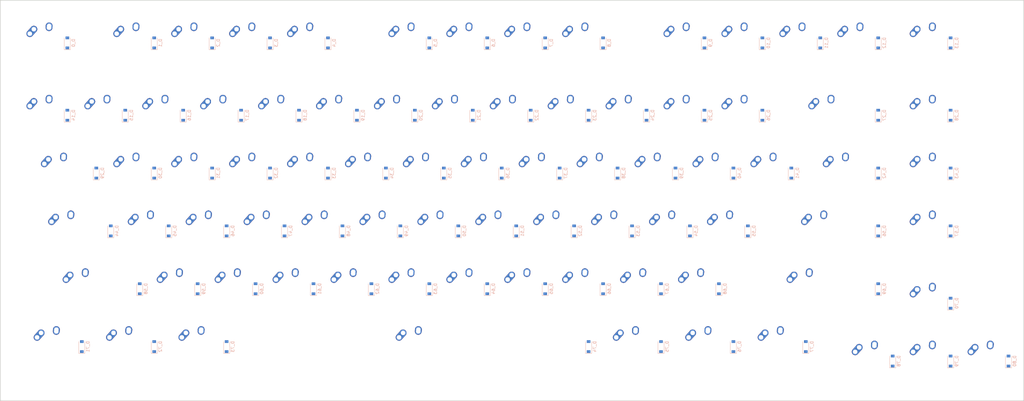
<source format=kicad_pcb>
(kicad_pcb (version 20221018) (generator pcbnew)
  (layers (0 "F.Cu" signal) (31 "B.Cu" signal) (34 "B.Paste" user) (35 "F.Paste" user) (36 "B.SilkS" user "B.Silkscreen") (37 "F.SilkS" user "F.Silkscreen") (38 "B.Mask" user) (39 "F.Mask" user) (44 "Edge.Cuts" user))
  (net 0 "")
  (net 1 "col0")
  (net 2 "col1")
  (net 3 "col2")
  (net 4 "col3")
  (net 5 "col4")
  (net 6 "col5")
  (net 7 "col6")
  (net 8 "col7")
  (net 9 "col8")
  (net 10 "col9")
  (net 11 "col10")
  (net 12 "col11")
  (net 13 "col12")
  (net 14 "col13")
  (net 15 "col14")
  (net 16 "row0")
  (net 17 "row1")
  (net 18 "row2")
  (net 19 "row3")
  (net 20 "row4")
  (net 21 "row5")
  (net 22 "Net-(D_0-Pad2)")
  (net 23 "Net-(D_1-Pad2)")
  (net 24 "Net-(D_2-Pad2)")
  (net 25 "Net-(D_3-Pad2)")
  (net 26 "Net-(D_4-Pad2)")
  (net 27 "Net-(D_5-Pad2)")
  (net 28 "Net-(D_6-Pad2)")
  (net 29 "Net-(D_7-Pad2)")
  (net 30 "Net-(D_8-Pad2)")
  (net 31 "Net-(D_9-Pad2)")
  (net 32 "Net-(D_10-Pad2)")
  (net 33 "Net-(D_11-Pad2)")
  (net 34 "Net-(D_12-Pad2)")
  (net 35 "Net-(D_13-Pad2)")
  (net 36 "Net-(D_14-Pad2)")
  (net 37 "Net-(D_15-Pad2)")
  (net 38 "Net-(D_16-Pad2)")
  (net 39 "Net-(D_17-Pad2)")
  (net 40 "Net-(D_18-Pad2)")
  (net 41 "Net-(D_19-Pad2)")
  (net 42 "Net-(D_20-Pad2)")
  (net 43 "Net-(D_21-Pad2)")
  (net 44 "Net-(D_22-Pad2)")
  (net 45 "Net-(D_23-Pad2)")
  (net 46 "Net-(D_24-Pad2)")
  (net 47 "Net-(D_25-Pad2)")
  (net 48 "Net-(D_26-Pad2)")
  (net 49 "Net-(D_27-Pad2)")
  (net 50 "Net-(D_28-Pad2)")
  (net 51 "Net-(D_29-Pad2)")
  (net 52 "Net-(D_30-Pad2)")
  (net 53 "Net-(D_31-Pad2)")
  (net 54 "Net-(D_32-Pad2)")
  (net 55 "Net-(D_33-Pad2)")
  (net 56 "Net-(D_34-Pad2)")
  (net 57 "Net-(D_35-Pad2)")
  (net 58 "Net-(D_36-Pad2)")
  (net 59 "Net-(D_37-Pad2)")
  (net 60 "Net-(D_38-Pad2)")
  (net 61 "Net-(D_39-Pad2)")
  (net 62 "Net-(D_40-Pad2)")
  (net 63 "Net-(D_41-Pad2)")
  (net 64 "Net-(D_42-Pad2)")
  (net 65 "Net-(D_43-Pad2)")
  (net 66 "Net-(D_44-Pad2)")
  (net 67 "Net-(D_45-Pad2)")
  (net 68 "Net-(D_46-Pad2)")
  (net 69 "Net-(D_47-Pad2)")
  (net 70 "Net-(D_48-Pad2)")
  (net 71 "Net-(D_49-Pad2)")
  (net 72 "Net-(D_50-Pad2)")
  (net 73 "Net-(D_51-Pad2)")
  (net 74 "Net-(D_52-Pad2)")
  (net 75 "Net-(D_53-Pad2)")
  (net 76 "Net-(D_54-Pad2)")
  (net 77 "Net-(D_55-Pad2)")
  (net 78 "Net-(D_56-Pad2)")
  (net 79 "Net-(D_57-Pad2)")
  (net 80 "Net-(D_58-Pad2)")
  (net 81 "Net-(D_59-Pad2)")
  (net 82 "Net-(D_60-Pad2)")
  (net 83 "Net-(D_61-Pad2)")
  (net 84 "Net-(D_62-Pad2)")
  (net 85 "Net-(D_63-Pad2)")
  (net 86 "Net-(D_64-Pad2)")
  (net 87 "Net-(D_65-Pad2)")
  (net 88 "Net-(D_66-Pad2)")
  (net 89 "Net-(D_67-Pad2)")
  (net 90 "Net-(D_68-Pad2)")
  (net 91 "Net-(D_69-Pad2)")
  (net 92 "Net-(D_70-Pad2)")
  (net 93 "Net-(D_71-Pad2)")
  (net 94 "Net-(D_72-Pad2)")
  (net 95 "Net-(D_73-Pad2)")
  (net 96 "Net-(D_74-Pad2)")
  (net 97 "Net-(D_75-Pad2)")
  (net 98 "Net-(D_76-Pad2)")
  (net 99 "Net-(D_77-Pad2)")
  (net 100 "Net-(D_78-Pad2)")
  (net 101 "Net-(D_79-Pad2)")
  (net 102 "Net-(D_80-Pad2)")
  (footprint "MX_Alps_Hybrid:MX-1.5U-NoLED" (layer "F.Cu") (at 271.4625 52.3875)
    (fp_text reference "K_42")
    (fp_text value "KEYSW")
  )
  (footprint "MX_Alps_Hybrid:MX-1U-NoLED" (layer "F.Cu") (at 38.1 9.525)
    (fp_text reference "K_1")
    (fp_text value "KEYSW")
  )
  (footprint "MX_Alps_Hybrid:MX-1U-NoLED" (layer "F.Cu") (at 300.0375 9.525)
    (fp_text reference "K_13")
    (fp_text value "KEYSW")
  )
  (footprint "MX_Alps_Hybrid:MX-2.25U-NoLED" (layer "F.Cu") (at 21.43125 90.4875)
    (fp_text reference "K_58")
    (fp_text value "KEYSW")
  )
  (footprint "MX_Alps_Hybrid:MX-1U-NoLED" (layer "F.Cu") (at 38.1 52.3875)
    (fp_text reference "K_30")
    (fp_text value "KEYSW")
  )
  (footprint "MX_Alps_Hybrid:MX-1U-NoLED" (layer "F.Cu") (at 119.0625 71.4375)
    (fp_text reference "K_49")
    (fp_text value "KEYSW")
  )
  (footprint "MX_Alps_Hybrid:MX-1U-NoLED" (layer "F.Cu") (at 28.575 33.3375)
    (fp_text reference "K_15")
    (fp_text value "KEYSW")
  )
  (footprint "MX_Alps_Hybrid:MX-1U-NoLED" (layer "F.Cu") (at 95.25 52.3875)
    (fp_text reference "K_33")
    (fp_text value "KEYSW")
  )
  (footprint "MX_Alps_Hybrid:MX-1.25U-NoLED" (layer "F.Cu") (at 35.71875 109.5375)
    (fp_text reference "K_72")
    (fp_text value "KEYSW")
  )
  (footprint "MX_Alps_Hybrid:MX-6.25U-NoLED" (layer "F.Cu") (at 130.96875 109.5375)
    (fp_text reference "K_74")
    (fp_text value "KEYSW")
  )
  (footprint "MX_Alps_Hybrid:MX-1U-NoLED" (layer "F.Cu") (at 42.8625 71.4375)
    (fp_text reference "K_45")
    (fp_text value "KEYSW")
  )
  (footprint "MX_Alps_Hybrid:MX-1.25U-NoLED" (layer "F.Cu") (at 226.21875 109.5375)
    (fp_text reference "K_76")
    (fp_text value "KEYSW")
  )
  (footprint "MX_Alps_Hybrid:MX-1U-NoLED" (layer "F.Cu") (at 95.25 9.525)
    (fp_text reference "K_4")
    (fp_text value "KEYSW")
  )
  (footprint "MX_Alps_Hybrid:MX-1U-NoLED" (layer "F.Cu") (at 185.7375 90.4875)
    (fp_text reference "K_66")
    (fp_text value "KEYSW")
  )
  (footprint "MX_Alps_Hybrid:MX-1U-NoLED" (layer "F.Cu") (at 238.125 9.525)
    (fp_text reference "K_10")
    (fp_text value "KEYSW")
  )
  (footprint "MX_Alps_Hybrid:MX-1U-NoLED" (layer "F.Cu") (at 80.9625 71.4375)
    (fp_text reference "K_47")
    (fp_text value "KEYSW")
  )
  (footprint "MX_Alps_Hybrid:MX-1U-NoLED" (layer "F.Cu") (at 128.5875 9.525)
    (fp_text reference "K_5")
    (fp_text value "KEYSW")
  )
  (footprint "MX_Alps_Hybrid:MX-1U-NoLED" (layer "F.Cu") (at 219.075 33.3375)
    (fp_text reference "K_25")
    (fp_text value "KEYSW")
  )
  (footprint "MX_Alps_Hybrid:MX-1U-NoLED" (layer "F.Cu") (at 219.075 9.525)
    (fp_text reference "K_9")
    (fp_text value "KEYSW")
  )
  (footprint "MX_Alps_Hybrid:MX-1U-NoLED" (layer "F.Cu") (at 161.925 33.3375)
    (fp_text reference "K_22")
    (fp_text value "KEYSW")
  )
  (footprint "MX_Alps_Hybrid:MX-1U-NoLED" (layer "F.Cu") (at 133.35 52.3875)
    (fp_text reference "K_35")
    (fp_text value "KEYSW")
  )
  (footprint "MX_Alps_Hybrid:MX-1U-NoLED" (layer "F.Cu") (at 76.2 9.525)
    (fp_text reference "K_3")
    (fp_text value "KEYSW")
  )
  (footprint "MX_Alps_Hybrid:MX-1U-NoLED" (layer "F.Cu") (at 190.5 52.3875)
    (fp_text reference "K_38")
    (fp_text value "KEYSW")
  )
  (footprint "MX_Alps_Hybrid:MX-1U-NoLED" (layer "F.Cu") (at 166.6875 90.4875)
    (fp_text reference "K_65")
    (fp_text value "KEYSW")
  )
  (footprint "MX_Alps_Hybrid:MX-1U-NoLED" (layer "F.Cu") (at 52.3875 90.4875)
    (fp_text reference "K_59")
    (fp_text value "KEYSW")
  )
  (footprint "MX_Alps_Hybrid:MX-1U-NoLED" (layer "F.Cu") (at 90.4875 90.4875)
    (fp_text reference "K_61")
    (fp_text value "KEYSW")
  )
  (footprint "MX_Alps_Hybrid:MX-1U-NoLED" (layer "F.Cu") (at 300.0375 95.25)
    (fp_text reference "K_70")
    (fp_text value "KEYSW")
  )
  (footprint "MX_Alps_Hybrid:MX-2.25U-NoLED" (layer "F.Cu") (at 264.31875 71.4375)
    (fp_text reference "K_56")
    (fp_text value "KEYSW")
  )
  (footprint "MX_Alps_Hybrid:MX-1U-NoLED" (layer "F.Cu") (at 300.0375 71.4375)
    (fp_text reference "K_57")
    (fp_text value "KEYSW")
  )
  (footprint "MX_Alps_Hybrid:MX-1U-NoLED" (layer "F.Cu") (at 176.2125 71.4375)
    (fp_text reference "K_52")
    (fp_text value "KEYSW")
  )
  (footprint "MX_Alps_Hybrid:MX-1.25U-NoLED" (layer "F.Cu") (at 202.40625 109.5375)
    (fp_text reference "K_75")
    (fp_text value "KEYSW")
  )
  (footprint "MX_Alps_Hybrid:MX-1U-NoLED" (layer "F.Cu") (at 157.1625 71.4375)
    (fp_text reference "K_51")
    (fp_text value "KEYSW")
  )
  (footprint "MX_Alps_Hybrid:MX-1.25U-NoLED" (layer "F.Cu") (at 11.90625 109.5375)
    (fp_text reference "K_71")
    (fp_text value "KEYSW")
  )
  (footprint "MX_Alps_Hybrid:MX-2U-NoLED" (layer "F.Cu") (at 266.7 33.3375)
    (fp_text reference "K_27")
    (fp_text value "KEYSW")
  )
  (footprint "MX_Alps_Hybrid:MX-1U-NoLED" (layer "F.Cu") (at 47.625 33.3375)
    (fp_text reference "K_16")
    (fp_text value "KEYSW")
  )
  (footprint "MX_Alps_Hybrid:MX-1U-NoLED" (layer "F.Cu") (at 166.6875 9.525)
    (fp_text reference "K_7")
    (fp_text value "KEYSW")
  )
  (footprint "MX_Alps_Hybrid:MX-1U-NoLED" (layer "F.Cu") (at 9.525 33.3375)
    (fp_text reference "K_14")
    (fp_text value "KEYSW")
  )
  (footprint "MX_Alps_Hybrid:MX-1U-NoLED" (layer "F.Cu") (at 300.0375 52.3875)
    (fp_text reference "K_43")
    (fp_text value "KEYSW")
  )
  (footprint "MX_Alps_Hybrid:MX-1U-NoLED" (layer "F.Cu") (at 9.525 9.525)
    (fp_text reference "K_0")
    (fp_text value "KEYSW")
  )
  (footprint "MX_Alps_Hybrid:MX-1.25U-NoLED" (layer "F.Cu") (at 59.53125 109.5375)
    (fp_text reference "K_73")
    (fp_text value "KEYSW")
  )
  (footprint "MX_Alps_Hybrid:MX-1.75U-NoLED" (layer "F.Cu") (at 16.66875 71.4375)
    (fp_text reference "K_44")
    (fp_text value "KEYSW")
  )
  (footprint "MX_Alps_Hybrid:MX-1U-NoLED" (layer "F.Cu") (at 85.725 33.3375)
    (fp_text reference "K_18")
    (fp_text value "KEYSW")
  )
  (footprint "MX_Alps_Hybrid:MX-1U-NoLED" (layer "F.Cu") (at 238.125 33.3375)
    (fp_text reference "K_26")
    (fp_text value "KEYSW")
  )
  (footprint "MX_Alps_Hybrid:MX-1U-NoLED" (layer "F.Cu") (at 71.4375 90.4875)
    (fp_text reference "K_60")
    (fp_text value "KEYSW")
  )
  (footprint "MX_Alps_Hybrid:MX-1U-NoLED" (layer "F.Cu") (at 319.0875 114.3)
    (fp_text reference "K_80")
    (fp_text value "KEYSW")
  )
  (footprint "MX_Alps_Hybrid:MX-1U-NoLED" (layer "F.Cu") (at 195.2625 71.4375)
    (fp_text reference "K_53")
    (fp_text value "KEYSW")
  )
  (footprint "MX_Alps_Hybrid:MX-1U-NoLED" (layer "F.Cu") (at 128.5875 90.4875)
    (fp_text reference "K_63")
    (fp_text value "KEYSW")
  )
  (footprint "MX_Alps_Hybrid:MX-1U-NoLED" (layer "F.Cu") (at 300.0375 114.3)
    (fp_text reference "K_79")
    (fp_text value "KEYSW")
  )
  (footprint "MX_Alps_Hybrid:MX-1U-NoLED" (layer "F.Cu") (at 257.175 9.525)
    (fp_text reference "K_11")
    (fp_text value "KEYSW")
  )
  (footprint "MX_Alps_Hybrid:MX-1U-NoLED" (layer "F.Cu") (at 114.3 52.3875)
    (fp_text reference "K_34")
    (fp_text value "KEYSW")
  )
  (footprint "MX_Alps_Hybrid:MX-1U-NoLED" (layer "F.Cu") (at 66.675 33.3375)
    (fp_text reference "K_17")
    (fp_text value "KEYSW")
  )
  (footprint "MX_Alps_Hybrid:MX-1U-NoLED" (layer "F.Cu") (at 214.3125 71.4375)
    (fp_text reference "K_54")
    (fp_text value "KEYSW")
  )
  (footprint "MX_Alps_Hybrid:MX-1U-NoLED" (layer "F.Cu") (at 300.0375 33.3375)
    (fp_text reference "K_28")
    (fp_text value "KEYSW")
  )
  (footprint "MX_Alps_Hybrid:MX-1U-NoLED" (layer "F.Cu") (at 233.3625 71.4375)
    (fp_text reference "K_55")
    (fp_text value "KEYSW")
  )
  (footprint "MX_Alps_Hybrid:MX-1U-NoLED" (layer "F.Cu") (at 276.225 9.525)
    (fp_text reference "K_12")
    (fp_text value "KEYSW")
  )
  (footprint "MX_Alps_Hybrid:MX-1U-NoLED" (layer "F.Cu") (at 200.025 33.3375)
    (fp_text reference "K_24")
    (fp_text value "KEYSW")
  )
  (footprint "MX_Alps_Hybrid:MX-1U-NoLED" (layer "F.Cu") (at 142.875 33.3375)
    (fp_text reference "K_21")
    (fp_text value "KEYSW")
  )
  (footprint "MX_Alps_Hybrid:MX-1U-NoLED" (layer "F.Cu") (at 138.1125 71.4375)
    (fp_text reference "K_50")
    (fp_text value "KEYSW")
  )
  (footprint "MX_Alps_Hybrid:MX-1U-NoLED" (layer "F.Cu") (at 57.15 9.525)
    (fp_text reference "K_2")
    (fp_text value "KEYSW")
  )
  (footprint "MX_Alps_Hybrid:MX-1U-NoLED" (layer "F.Cu") (at 180.975 33.3375)
    (fp_text reference "K_23")
    (fp_text value "KEYSW")
  )
  (footprint "MX_Alps_Hybrid:MX-1U-NoLED" (layer "F.Cu") (at 247.65 52.3875)
    (fp_text reference "K_41")
    (fp_text value "KEYSW")
  )
  (footprint "MX_Alps_Hybrid:MX-1.25U-NoLED" (layer "F.Cu") (at 250.03125 109.5375)
    (fp_text reference "K_77")
    (fp_text value "KEYSW")
  )
  (footprint "MX_Alps_Hybrid:MX-1U-NoLED" (layer "F.Cu") (at 209.55 52.3875)
    (fp_text reference "K_39")
    (fp_text value "KEYSW")
  )
  (footprint "MX_Alps_Hybrid:MX-1U-NoLED" (layer "F.Cu") (at 147.6375 90.4875)
    (fp_text reference "K_64")
    (fp_text value "KEYSW")
  )
  (footprint "MX_Alps_Hybrid:MX-1.5U-NoLED" (layer "F.Cu") (at 14.2875 52.3875)
    (fp_text reference "K_29")
    (fp_text value "KEYSW")
  )
  (footprint "MX_Alps_Hybrid:MX-1U-NoLED" (layer "F.Cu") (at 57.15 52.3875)
    (fp_text reference "K_31")
    (fp_text value "KEYSW")
  )
  (footprint "MX_Alps_Hybrid:MX-1U-NoLED" (layer "F.Cu") (at 223.8375 90.4875)
    (fp_text reference "K_68")
    (fp_text value "KEYSW")
  )
  (footprint "MX_Alps_Hybrid:MX-1U-NoLED" (layer "F.Cu") (at 204.7875 90.4875)
    (fp_text reference "K_67")
    (fp_text value "KEYSW")
  )
  (footprint "MX_Alps_Hybrid:MX-1U-NoLED" (layer "F.Cu") (at 280.9875 114.3)
    (fp_text reference "K_78")
    (fp_text value "KEYSW")
  )
  (footprint "MX_Alps_Hybrid:MX-1U-NoLED" (layer "F.Cu") (at 152.4 52.3875)
    (fp_text reference "K_36")
    (fp_text value "KEYSW")
  )
  (footprint "MX_Alps_Hybrid:MX-1U-NoLED" (layer "F.Cu") (at 171.45 52.3875)
    (fp_text reference "K_37")
    (fp_text value "KEYSW")
  )
  (footprint "MX_Alps_Hybrid:MX-1U-NoLED" (layer "F.Cu") (at 61.9125 71.4375)
    (fp_text reference "K_46")
    (fp_text value "KEYSW")
  )
  (footprint "MX_Alps_Hybrid:MX-1U-NoLED" (layer "F.Cu") (at 228.6 52.3875)
    (fp_text reference "K_40")
    (fp_text value "KEYSW")
  )
  (footprint "MX_Alps_Hybrid:MX-1U-NoLED" (layer "F.Cu") (at 104.775 33.3375)
    (fp_text reference "K_19")
    (fp_text value "KEYSW")
  )
  (footprint "MX_Alps_Hybrid:MX-2.75U-NoLED" (layer "F.Cu") (at 259.55625 90.4875)
    (fp_text reference "K_69")
    (fp_text value "KEYSW")
  )
  (footprint "MX_Alps_Hybrid:MX-1U-NoLED" (layer "F.Cu") (at 100.0125 71.4375)
    (fp_text reference "K_48")
    (fp_text value "KEYSW")
  )
  (footprint "MX_Alps_Hybrid:MX-1U-NoLED" (layer "F.Cu") (at 147.6375 9.525)
    (fp_text reference "K_6")
    (fp_text value "KEYSW")
  )
  (footprint "MX_Alps_Hybrid:MX-1U-NoLED" (layer "F.Cu") (at 123.825 33.3375)
    (fp_text reference "K_20")
    (fp_text value "KEYSW")
  )
  (footprint "MX_Alps_Hybrid:MX-1U-NoLED" (layer "F.Cu") (at 109.5375 90.4875)
    (fp_text reference "K_62")
    (fp_text value "KEYSW")
  )
  (footprint "MX_Alps_Hybrid:MX-1U-NoLED" (layer "F.Cu") (at 185.7375 9.525)
    (fp_text reference "K_8")
    (fp_text value "KEYSW")
  )
  (footprint "MX_Alps_Hybrid:MX-1U-NoLED" (layer "F.Cu") (at 76.2 52.3875)
    (fp_text reference "K_32")
    (fp_text value "KEYSW")
  )
  (footprint "Diode_SMD:D_SOD-123" (layer "B.Cu") (at 51.3875 71.9375 90)
    (fp_text reference "D_45")
    (fp_text value "D")
  )
  (footprint "Diode_SMD:D_SOD-123" (layer "B.Cu") (at 137.1125 90.9875 90)
    (fp_text reference "D_63")
    (fp_text value "D")
  )
  (footprint "Diode_SMD:D_SOD-123" (layer "B.Cu") (at 18.05 33.8375 90)
    (fp_text reference "D_14")
    (fp_text value "D")
  )
  (footprint "Diode_SMD:D_SOD-123" (layer "B.Cu") (at 89.4875 71.9375 90)
    (fp_text reference "D_47")
    (fp_text value "D")
  )
  (footprint "Diode_SMD:D_SOD-123" (layer "B.Cu") (at 65.675 10.025 90)
    (fp_text reference "D_2")
    (fp_text value "D")
  )
  (footprint "Diode_SMD:D_SOD-123" (layer "B.Cu") (at 65.675 52.8875 90)
    (fp_text reference "D_31")
    (fp_text value "D")
  )
  (footprint "Diode_SMD:D_SOD-123" (layer "B.Cu") (at 132.35 33.8375 90)
    (fp_text reference "D_20")
    (fp_text value "D")
  )
  (footprint "Diode_SMD:D_SOD-123" (layer "B.Cu") (at 189.5 33.8375 90)
    (fp_text reference "D_23")
    (fp_text value "D")
  )
  (footprint "Diode_SMD:D_SOD-123" (layer "B.Cu") (at 156.1625 10.025 90)
    (fp_text reference "D_6")
    (fp_text value "D")
  )
  (footprint "Diode_SMD:D_SOD-123" (layer "B.Cu") (at 22.8125 110.0375 90)
    (fp_text reference "D_71")
    (fp_text value "D")
  )
  (footprint "Diode_SMD:D_SOD-123" (layer "B.Cu") (at 218.075 52.8875 90)
    (fp_text reference "D_39")
    (fp_text value "D")
  )
  (footprint "Diode_SMD:D_SOD-123" (layer "B.Cu") (at 246.65 10.025 90)
    (fp_text reference "D_10")
    (fp_text value "D")
  )
  (footprint "Diode_SMD:D_SOD-123" (layer "B.Cu") (at 232.3625 90.9875 90)
    (fp_text reference "D_68")
    (fp_text value "D")
  )
  (footprint "Diode_SMD:D_SOD-123" (layer "B.Cu") (at 194.2625 90.9875 90)
    (fp_text reference "D_66")
    (fp_text value "D")
  )
  (footprint "Diode_SMD:D_SOD-123" (layer "B.Cu") (at 60.9125 90.9875 90)
    (fp_text reference "D_59")
    (fp_text value "D")
  )
  (footprint "Diode_SMD:D_SOD-123" (layer "B.Cu") (at 94.25 33.8375 90)
    (fp_text reference "D_18")
    (fp_text value "D")
  )
  (footprint "Diode_SMD:D_SOD-123" (layer "B.Cu") (at 103.775 52.8875 90)
    (fp_text reference "D_33")
    (fp_text value "D")
  )
  (footprint "Diode_SMD:D_SOD-123" (layer "B.Cu") (at 75.2 33.8375 90)
    (fp_text reference "D_17")
    (fp_text value "D")
  )
  (footprint "Diode_SMD:D_SOD-123" (layer "B.Cu") (at 170.45 33.8375 90)
    (fp_text reference "D_22")
    (fp_text value "D")
  )
  (footprint "Diode_SMD:D_SOD-123" (layer "B.Cu") (at 308.5625 114.8 90)
    (fp_text reference "D_79")
    (fp_text value "D")
  )
  (footprint "Diode_SMD:D_SOD-123" (layer "B.Cu") (at 213.3125 90.9875 90)
    (fp_text reference "D_67")
    (fp_text value "D")
  )
  (footprint "Diode_SMD:D_SOD-123" (layer "B.Cu") (at 141.875 52.8875 90)
    (fp_text reference "D_35")
    (fp_text value "D")
  )
  (footprint "Diode_SMD:D_SOD-123" (layer "B.Cu") (at 194.2625 10.025 90)
    (fp_text reference "D_8")
    (fp_text value "D")
  )
  (footprint "Diode_SMD:D_SOD-123" (layer "B.Cu") (at 160.925 52.8875 90)
    (fp_text reference "D_36")
    (fp_text value "D")
  )
  (footprint "Diode_SMD:D_SOD-123" (layer "B.Cu") (at 308.5625 10.025 90)
    (fp_text reference "D_13")
    (fp_text value "D")
  )
  (footprint "Diode_SMD:D_SOD-123" (layer "B.Cu") (at 308.5625 52.8875 90)
    (fp_text reference "D_43")
    (fp_text value "D")
  )
  (footprint "Diode_SMD:D_SOD-123" (layer "B.Cu") (at 113.3 33.8375 90)
    (fp_text reference "D_19")
    (fp_text value "D")
  )
  (footprint "Diode_SMD:D_SOD-123" (layer "B.Cu") (at 327.6125 114.8 90)
    (fp_text reference "D_80")
    (fp_text value "D")
  )
  (footprint "Diode_SMD:D_SOD-123" (layer "B.Cu") (at 46.625 52.8875 90)
    (fp_text reference "D_30")
    (fp_text value "D")
  )
  (footprint "Diode_SMD:D_SOD-123" (layer "B.Cu") (at 84.725 10.025 90)
    (fp_text reference "D_3")
    (fp_text value "D")
  )
  (footprint "Diode_SMD:D_SOD-123" (layer "B.Cu") (at 199.025 52.8875 90)
    (fp_text reference "D_38")
    (fp_text value "D")
  )
  (footprint "Diode_SMD:D_SOD-123" (layer "B.Cu") (at 103.775 10.025 90)
    (fp_text reference "D_4")
    (fp_text value "D")
  )
  (footprint "Diode_SMD:D_SOD-123" (layer "B.Cu") (at 265.7 10.025 90)
    (fp_text reference "D_11")
    (fp_text value "D")
  )
  (footprint "Diode_SMD:D_SOD-123" (layer "B.Cu") (at 137.1125 10.025 90)
    (fp_text reference "D_5")
    (fp_text value "D")
  )
  (footprint "Diode_SMD:D_SOD-123" (layer "B.Cu") (at 189.5 110.0375 90)
    (fp_text reference "D_74")
    (fp_text value "D")
  )
  (footprint "Diode_SMD:D_SOD-123" (layer "B.Cu") (at 99.0125 90.9875 90)
    (fp_text reference "D_61")
    (fp_text value "D")
  )
  (footprint "Diode_SMD:D_SOD-123" (layer "B.Cu") (at 27.575 52.8875 90)
    (fp_text reference "D_29")
    (fp_text value "D")
  )
  (footprint "Diode_SMD:D_SOD-123" (layer "B.Cu") (at 84.725 52.8875 90)
    (fp_text reference "D_32")
    (fp_text value "D")
  )
  (footprint "Diode_SMD:D_SOD-123" (layer "B.Cu") (at 151.4 33.8375 90)
    (fp_text reference "D_21")
    (fp_text value "D")
  )
  (footprint "Diode_SMD:D_SOD-123" (layer "B.Cu") (at 79.9625 90.9875 90)
    (fp_text reference "D_60")
    (fp_text value "D")
  )
  (footprint "Diode_SMD:D_SOD-123" (layer "B.Cu") (at 284.75 71.9375 90)
    (fp_text reference "D_56")
    (fp_text value "D")
  )
  (footprint "Diode_SMD:D_SOD-123" (layer "B.Cu") (at 284.75 33.8375 90)
    (fp_text reference "D_27")
    (fp_text value "D")
  )
  (footprint "Diode_SMD:D_SOD-123" (layer "B.Cu") (at 184.7375 71.9375 90)
    (fp_text reference "D_52")
    (fp_text value "D")
  )
  (footprint "Diode_SMD:D_SOD-123" (layer "B.Cu") (at 32.3375 71.9375 90)
    (fp_text reference "D_44")
    (fp_text value "D")
  )
  (footprint "Diode_SMD:D_SOD-123" (layer "B.Cu") (at 37.1 33.8375 90)
    (fp_text reference "D_15")
    (fp_text value "D")
  )
  (footprint "Diode_SMD:D_SOD-123" (layer "B.Cu") (at 284.75 90.9875 90)
    (fp_text reference "D_69")
    (fp_text value "D")
  )
  (footprint "Diode_SMD:D_SOD-123" (layer "B.Cu") (at 260.9375 110.0375 90)
    (fp_text reference "D_77")
    (fp_text value "D")
  )
  (footprint "Diode_SMD:D_SOD-123" (layer "B.Cu") (at 284.75 10.025 90)
    (fp_text reference "D_12")
    (fp_text value "D")
  )
  (footprint "Diode_SMD:D_SOD-123" (layer "B.Cu") (at 308.5625 33.8375 90)
    (fp_text reference "D_28")
    (fp_text value "D")
  )
  (footprint "Diode_SMD:D_SOD-123" (layer "B.Cu") (at 122.825 52.8875 90)
    (fp_text reference "D_34")
    (fp_text value "D")
  )
  (footprint "Diode_SMD:D_SOD-123" (layer "B.Cu") (at 237.125 52.8875 90)
    (fp_text reference "D_40")
    (fp_text value "D")
  )
  (footprint "Diode_SMD:D_SOD-123" (layer "B.Cu") (at 18.05 10.025 90)
    (fp_text reference "D_0")
    (fp_text value "D")
  )
  (footprint "Diode_SMD:D_SOD-123" (layer "B.Cu") (at 70.4375 110.0375 90)
    (fp_text reference "D_73")
    (fp_text value "D")
  )
  (footprint "Diode_SMD:D_SOD-123" (layer "B.Cu") (at 256.175 52.8875 90)
    (fp_text reference "D_41")
    (fp_text value "D")
  )
  (footprint "Diode_SMD:D_SOD-123" (layer "B.Cu") (at 156.1625 90.9875 90)
    (fp_text reference "D_64")
    (fp_text value "D")
  )
  (footprint "Diode_SMD:D_SOD-123" (layer "B.Cu") (at 146.6375 71.9375 90)
    (fp_text reference "D_50")
    (fp_text value "D")
  )
  (footprint "Diode_SMD:D_SOD-123" (layer "B.Cu") (at 46.625 10.025 90)
    (fp_text reference "D_1")
    (fp_text value "D")
  )
  (footprint "Diode_SMD:D_SOD-123" (layer "B.Cu") (at 227.6 33.8375 90)
    (fp_text reference "D_25")
    (fp_text value "D")
  )
  (footprint "Diode_SMD:D_SOD-123" (layer "B.Cu") (at 289.5125 114.8 90)
    (fp_text reference "D_78")
    (fp_text value "D")
  )
  (footprint "Diode_SMD:D_SOD-123" (layer "B.Cu") (at 284.75 52.8875 90)
    (fp_text reference "D_42")
    (fp_text value "D")
  )
  (footprint "Diode_SMD:D_SOD-123" (layer "B.Cu") (at 175.2125 90.9875 90)
    (fp_text reference "D_65")
    (fp_text value "D")
  )
  (footprint "Diode_SMD:D_SOD-123" (layer "B.Cu") (at 56.15 33.8375 90)
    (fp_text reference "D_16")
    (fp_text value "D")
  )
  (footprint "Diode_SMD:D_SOD-123" (layer "B.Cu") (at 41.8625 90.9875 90)
    (fp_text reference "D_58")
    (fp_text value "D")
  )
  (footprint "Diode_SMD:D_SOD-123" (layer "B.Cu") (at 237.125 110.0375 90)
    (fp_text reference "D_76")
    (fp_text value "D")
  )
  (footprint "Diode_SMD:D_SOD-123" (layer "B.Cu") (at 70.4375 71.9375 90)
    (fp_text reference "D_46")
    (fp_text value "D")
  )
  (footprint "Diode_SMD:D_SOD-123" (layer "B.Cu") (at 118.0625 90.9875 90)
    (fp_text reference "D_62")
    (fp_text value "D")
  )
  (footprint "Diode_SMD:D_SOD-123" (layer "B.Cu") (at 175.2125 10.025 90)
    (fp_text reference "D_7")
    (fp_text value "D")
  )
  (footprint "Diode_SMD:D_SOD-123" (layer "B.Cu") (at 213.3125 110.0375 90)
    (fp_text reference "D_75")
    (fp_text value "D")
  )
  (footprint "Diode_SMD:D_SOD-123" (layer "B.Cu") (at 127.5875 71.9375 90)
    (fp_text reference "D_49")
    (fp_text value "D")
  )
  (footprint "Diode_SMD:D_SOD-123" (layer "B.Cu") (at 308.5625 95.75 90)
    (fp_text reference "D_70")
    (fp_text value "D")
  )
  (footprint "Diode_SMD:D_SOD-123" (layer "B.Cu") (at 222.8375 71.9375 90)
    (fp_text reference "D_54")
    (fp_text value "D")
  )
  (footprint "Diode_SMD:D_SOD-123" (layer "B.Cu") (at 108.5375 71.9375 90)
    (fp_text reference "D_48")
    (fp_text value "D")
  )
  (footprint "Diode_SMD:D_SOD-123" (layer "B.Cu") (at 308.5625 71.9375 90)
    (fp_text reference "D_57")
    (fp_text value "D")
  )
  (footprint "Diode_SMD:D_SOD-123" (layer "B.Cu") (at 241.8875 71.9375 90)
    (fp_text reference "D_55")
    (fp_text value "D")
  )
  (footprint "Diode_SMD:D_SOD-123" (layer "B.Cu") (at 246.65 33.8375 90)
    (fp_text reference "D_26")
    (fp_text value "D")
  )
  (footprint "Diode_SMD:D_SOD-123" (layer "B.Cu") (at 165.6875 71.9375 90)
    (fp_text reference "D_51")
    (fp_text value "D")
  )
  (footprint "Diode_SMD:D_SOD-123" (layer "B.Cu") (at 46.625 110.0375 90)
    (fp_text reference "D_72")
    (fp_text value "D")
  )
  (footprint "Diode_SMD:D_SOD-123" (layer "B.Cu") (at 227.6 10.025 90)
    (fp_text reference "D_9")
    (fp_text value "D")
  )
  (footprint "Diode_SMD:D_SOD-123" (layer "B.Cu") (at 208.55 33.8375 90)
    (fp_text reference "D_24")
    (fp_text value "D")
  )
  (footprint "Diode_SMD:D_SOD-123" (layer "B.Cu") (at 203.7875 71.9375 90)
    (fp_text reference "D_53")
    (fp_text value "D")
  )
  (footprint "Diode_SMD:D_SOD-123" (layer "B.Cu") (at 179.975 52.8875 90)
    (fp_text reference "D_37")
    (fp_text value "D")
  )
  (gr_arc (start -4 -4) (mid -4 -4) (end -4 -4) (stroke (width 0.2)) (layer "Edge.Cuts"))
  (gr_arc (start -4 127.825) (mid -4 127.825) (end -4 127.825) (stroke (width 0.2)) (layer "Edge.Cuts"))
  (gr_line (start 332.6125 -4) (end 332.6125 127.825) (stroke (width 0.2)) (layer "Edge.Cuts"))
  (gr_arc (start 332.6125 127.825) (mid 332.6125 127.825) (end 332.6125 127.825) (stroke (width 0.2)) (layer "Edge.Cuts"))
  (gr_arc (start 332.6125 -4) (mid 332.6125 -4) (end 332.6125 -4) (stroke (width 0.2)) (layer "Edge.Cuts"))
  (gr_line (start -4 -4) (end 332.6125 -4) (stroke (width 0.2)) (layer "Edge.Cuts"))
  (gr_line (start -4 127.825) (end -4 -4) (stroke (width 0.2)) (layer "Edge.Cuts"))
  (gr_line (start 332.6125 127.825) (end -4 127.825) (stroke (width 0.2)) (layer "Edge.Cuts"))
)
</source>
